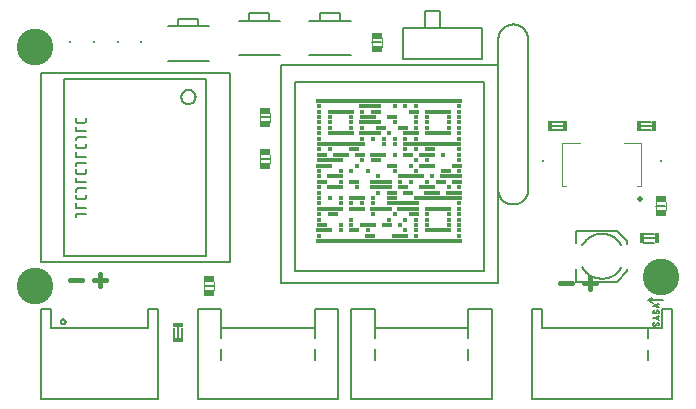
<source format=gbr>
G04 EAGLE Gerber RS-274X export*
G75*
%MOMM*%
%FSLAX34Y34*%
%LPD*%
%INSilkscreen Bottom*%
%IPPOS*%
%AMOC8*
5,1,8,0,0,1.08239X$1,22.5*%
G01*
%ADD10C,0.152400*%
%ADD11C,3.100000*%
%ADD12C,0.400000*%
%ADD13C,0.127000*%
%ADD14C,0.200000*%
%ADD15R,12.344400X0.457200*%
%ADD16R,0.457200X0.457200*%
%ADD17R,0.914400X0.457200*%
%ADD18R,1.371600X0.457200*%
%ADD19R,2.286000X0.457200*%
%ADD20R,1.828800X0.457200*%
%ADD21R,2.743200X0.457200*%
%ADD22R,4.114800X0.457200*%
%ADD23R,5.029200X0.457200*%
%ADD24C,0.203200*%
%ADD25C,0.101600*%
%ADD26R,0.950000X0.500100*%
%ADD27C,0.177800*%
%ADD28C,0.500000*%
%ADD29C,0.120000*%
%ADD30R,0.200000X0.200000*%
%ADD31R,0.406400X0.863600*%
%ADD32R,0.863600X0.406400*%


D10*
X65738Y163479D02*
X59146Y163479D01*
X59146Y163480D02*
X59061Y163478D01*
X58977Y163472D01*
X58893Y163463D01*
X58810Y163450D01*
X58727Y163433D01*
X58645Y163412D01*
X58564Y163388D01*
X58484Y163360D01*
X58406Y163328D01*
X58329Y163293D01*
X58253Y163255D01*
X58180Y163213D01*
X58108Y163168D01*
X58039Y163120D01*
X57971Y163069D01*
X57906Y163015D01*
X57844Y162958D01*
X57784Y162898D01*
X57727Y162836D01*
X57673Y162771D01*
X57622Y162703D01*
X57574Y162634D01*
X57529Y162562D01*
X57487Y162489D01*
X57449Y162413D01*
X57414Y162336D01*
X57382Y162258D01*
X57354Y162178D01*
X57330Y162097D01*
X57309Y162015D01*
X57292Y161932D01*
X57279Y161849D01*
X57270Y161765D01*
X57264Y161681D01*
X57262Y161596D01*
X57262Y160654D01*
X57262Y168343D02*
X65738Y168343D01*
X57262Y168343D02*
X57262Y172110D01*
X57262Y177663D02*
X57262Y179546D01*
X57262Y177663D02*
X57264Y177578D01*
X57270Y177494D01*
X57279Y177410D01*
X57292Y177327D01*
X57309Y177244D01*
X57330Y177162D01*
X57354Y177081D01*
X57382Y177001D01*
X57414Y176923D01*
X57449Y176846D01*
X57487Y176770D01*
X57529Y176697D01*
X57574Y176625D01*
X57622Y176556D01*
X57673Y176488D01*
X57727Y176423D01*
X57784Y176361D01*
X57844Y176301D01*
X57906Y176244D01*
X57971Y176190D01*
X58039Y176139D01*
X58108Y176091D01*
X58180Y176046D01*
X58253Y176004D01*
X58329Y175966D01*
X58406Y175931D01*
X58484Y175899D01*
X58564Y175871D01*
X58645Y175847D01*
X58727Y175826D01*
X58810Y175809D01*
X58893Y175796D01*
X58977Y175787D01*
X59061Y175781D01*
X59146Y175779D01*
X63854Y175779D01*
X63939Y175781D01*
X64023Y175787D01*
X64107Y175796D01*
X64190Y175809D01*
X64273Y175826D01*
X64355Y175847D01*
X64436Y175871D01*
X64516Y175899D01*
X64594Y175931D01*
X64671Y175966D01*
X64747Y176004D01*
X64820Y176046D01*
X64892Y176091D01*
X64961Y176139D01*
X65029Y176190D01*
X65094Y176244D01*
X65156Y176301D01*
X65216Y176361D01*
X65273Y176423D01*
X65327Y176488D01*
X65378Y176556D01*
X65426Y176625D01*
X65471Y176697D01*
X65513Y176770D01*
X65551Y176846D01*
X65586Y176923D01*
X65618Y177001D01*
X65646Y177081D01*
X65670Y177162D01*
X65691Y177244D01*
X65708Y177327D01*
X65721Y177410D01*
X65730Y177494D01*
X65736Y177578D01*
X65738Y177663D01*
X65738Y179546D01*
X65738Y185079D02*
X59146Y185079D01*
X59146Y185080D02*
X59061Y185078D01*
X58977Y185072D01*
X58893Y185063D01*
X58810Y185050D01*
X58727Y185033D01*
X58645Y185012D01*
X58564Y184988D01*
X58484Y184960D01*
X58406Y184928D01*
X58329Y184893D01*
X58253Y184855D01*
X58180Y184813D01*
X58108Y184768D01*
X58039Y184720D01*
X57971Y184669D01*
X57906Y184615D01*
X57844Y184558D01*
X57784Y184498D01*
X57727Y184436D01*
X57673Y184371D01*
X57622Y184303D01*
X57574Y184234D01*
X57529Y184162D01*
X57487Y184089D01*
X57449Y184013D01*
X57414Y183936D01*
X57382Y183858D01*
X57354Y183778D01*
X57330Y183697D01*
X57309Y183615D01*
X57292Y183532D01*
X57279Y183449D01*
X57270Y183365D01*
X57264Y183281D01*
X57262Y183196D01*
X57262Y182254D01*
X57262Y189943D02*
X65738Y189943D01*
X57262Y189943D02*
X57262Y193710D01*
X57262Y199263D02*
X57262Y201146D01*
X57262Y199263D02*
X57264Y199178D01*
X57270Y199094D01*
X57279Y199010D01*
X57292Y198927D01*
X57309Y198844D01*
X57330Y198762D01*
X57354Y198681D01*
X57382Y198601D01*
X57414Y198523D01*
X57449Y198446D01*
X57487Y198370D01*
X57529Y198297D01*
X57574Y198225D01*
X57622Y198156D01*
X57673Y198088D01*
X57727Y198023D01*
X57784Y197961D01*
X57844Y197901D01*
X57906Y197844D01*
X57971Y197790D01*
X58039Y197739D01*
X58108Y197691D01*
X58180Y197646D01*
X58253Y197604D01*
X58329Y197566D01*
X58406Y197531D01*
X58484Y197499D01*
X58564Y197471D01*
X58645Y197447D01*
X58727Y197426D01*
X58810Y197409D01*
X58893Y197396D01*
X58977Y197387D01*
X59061Y197381D01*
X59146Y197379D01*
X63854Y197379D01*
X63939Y197381D01*
X64023Y197387D01*
X64107Y197396D01*
X64190Y197409D01*
X64273Y197426D01*
X64355Y197447D01*
X64436Y197471D01*
X64516Y197499D01*
X64594Y197531D01*
X64671Y197566D01*
X64747Y197604D01*
X64820Y197646D01*
X64892Y197691D01*
X64961Y197739D01*
X65029Y197790D01*
X65094Y197844D01*
X65156Y197901D01*
X65216Y197961D01*
X65273Y198023D01*
X65327Y198088D01*
X65378Y198156D01*
X65426Y198225D01*
X65471Y198297D01*
X65513Y198370D01*
X65551Y198446D01*
X65586Y198523D01*
X65618Y198601D01*
X65646Y198681D01*
X65670Y198762D01*
X65691Y198844D01*
X65708Y198927D01*
X65721Y199010D01*
X65730Y199094D01*
X65736Y199178D01*
X65738Y199263D01*
X65738Y201146D01*
X65738Y206679D02*
X59146Y206679D01*
X59146Y206680D02*
X59061Y206678D01*
X58977Y206672D01*
X58893Y206663D01*
X58810Y206650D01*
X58727Y206633D01*
X58645Y206612D01*
X58564Y206588D01*
X58484Y206560D01*
X58406Y206528D01*
X58329Y206493D01*
X58253Y206455D01*
X58180Y206413D01*
X58108Y206368D01*
X58039Y206320D01*
X57971Y206269D01*
X57906Y206215D01*
X57844Y206158D01*
X57784Y206098D01*
X57727Y206036D01*
X57673Y205971D01*
X57622Y205903D01*
X57574Y205834D01*
X57529Y205762D01*
X57487Y205689D01*
X57449Y205613D01*
X57414Y205536D01*
X57382Y205458D01*
X57354Y205378D01*
X57330Y205297D01*
X57309Y205215D01*
X57292Y205132D01*
X57279Y205049D01*
X57270Y204965D01*
X57264Y204881D01*
X57262Y204796D01*
X57262Y203854D01*
X57262Y211543D02*
X65738Y211543D01*
X57262Y211543D02*
X57262Y215310D01*
X57262Y220863D02*
X57262Y222746D01*
X57262Y220863D02*
X57264Y220778D01*
X57270Y220694D01*
X57279Y220610D01*
X57292Y220527D01*
X57309Y220444D01*
X57330Y220362D01*
X57354Y220281D01*
X57382Y220201D01*
X57414Y220123D01*
X57449Y220046D01*
X57487Y219970D01*
X57529Y219897D01*
X57574Y219825D01*
X57622Y219756D01*
X57673Y219688D01*
X57727Y219623D01*
X57784Y219561D01*
X57844Y219501D01*
X57906Y219444D01*
X57971Y219390D01*
X58039Y219339D01*
X58108Y219291D01*
X58180Y219246D01*
X58253Y219204D01*
X58329Y219166D01*
X58406Y219131D01*
X58484Y219099D01*
X58564Y219071D01*
X58645Y219047D01*
X58727Y219026D01*
X58810Y219009D01*
X58893Y218996D01*
X58977Y218987D01*
X59061Y218981D01*
X59146Y218979D01*
X63854Y218979D01*
X63939Y218981D01*
X64023Y218987D01*
X64107Y218996D01*
X64190Y219009D01*
X64273Y219026D01*
X64355Y219047D01*
X64436Y219071D01*
X64516Y219099D01*
X64594Y219131D01*
X64671Y219166D01*
X64747Y219204D01*
X64820Y219246D01*
X64892Y219291D01*
X64961Y219339D01*
X65029Y219390D01*
X65094Y219444D01*
X65156Y219501D01*
X65216Y219561D01*
X65273Y219623D01*
X65327Y219688D01*
X65378Y219756D01*
X65426Y219825D01*
X65471Y219897D01*
X65513Y219970D01*
X65551Y220046D01*
X65586Y220123D01*
X65618Y220201D01*
X65646Y220281D01*
X65670Y220362D01*
X65691Y220444D01*
X65708Y220527D01*
X65721Y220610D01*
X65730Y220694D01*
X65736Y220778D01*
X65738Y220863D01*
X65738Y222746D01*
X65738Y228279D02*
X59146Y228279D01*
X59061Y228277D01*
X58977Y228271D01*
X58893Y228262D01*
X58810Y228249D01*
X58727Y228232D01*
X58645Y228211D01*
X58564Y228187D01*
X58484Y228159D01*
X58406Y228127D01*
X58329Y228092D01*
X58253Y228054D01*
X58180Y228012D01*
X58108Y227967D01*
X58039Y227919D01*
X57971Y227868D01*
X57906Y227814D01*
X57844Y227757D01*
X57784Y227697D01*
X57727Y227635D01*
X57673Y227570D01*
X57622Y227502D01*
X57574Y227433D01*
X57529Y227361D01*
X57487Y227288D01*
X57449Y227212D01*
X57414Y227135D01*
X57382Y227057D01*
X57354Y226977D01*
X57330Y226896D01*
X57309Y226814D01*
X57292Y226731D01*
X57279Y226648D01*
X57270Y226564D01*
X57264Y226480D01*
X57262Y226395D01*
X57262Y225454D01*
X57262Y233143D02*
X65738Y233143D01*
X57262Y233143D02*
X57262Y236910D01*
X57262Y242462D02*
X57262Y244346D01*
X57262Y242462D02*
X57264Y242377D01*
X57270Y242293D01*
X57279Y242209D01*
X57292Y242126D01*
X57309Y242043D01*
X57330Y241961D01*
X57354Y241880D01*
X57382Y241800D01*
X57414Y241722D01*
X57449Y241645D01*
X57487Y241569D01*
X57529Y241496D01*
X57574Y241424D01*
X57622Y241355D01*
X57673Y241287D01*
X57727Y241222D01*
X57784Y241160D01*
X57844Y241100D01*
X57906Y241043D01*
X57971Y240989D01*
X58039Y240938D01*
X58108Y240890D01*
X58180Y240845D01*
X58253Y240803D01*
X58329Y240765D01*
X58406Y240730D01*
X58484Y240698D01*
X58564Y240670D01*
X58645Y240646D01*
X58727Y240625D01*
X58810Y240608D01*
X58893Y240595D01*
X58977Y240586D01*
X59061Y240580D01*
X59146Y240578D01*
X59146Y240579D02*
X63854Y240579D01*
X63939Y240581D01*
X64023Y240587D01*
X64107Y240596D01*
X64190Y240609D01*
X64273Y240626D01*
X64355Y240647D01*
X64436Y240671D01*
X64516Y240699D01*
X64594Y240731D01*
X64671Y240766D01*
X64747Y240804D01*
X64820Y240846D01*
X64892Y240891D01*
X64961Y240939D01*
X65029Y240990D01*
X65094Y241044D01*
X65156Y241101D01*
X65216Y241161D01*
X65273Y241223D01*
X65327Y241288D01*
X65378Y241356D01*
X65426Y241425D01*
X65471Y241497D01*
X65513Y241570D01*
X65551Y241646D01*
X65586Y241723D01*
X65618Y241801D01*
X65646Y241881D01*
X65670Y241962D01*
X65691Y242044D01*
X65708Y242127D01*
X65721Y242210D01*
X65730Y242294D01*
X65736Y242378D01*
X65738Y242463D01*
X65738Y242462D02*
X65738Y244346D01*
D11*
X22500Y305000D03*
X552500Y110000D03*
X22500Y102500D03*
D12*
X487500Y105000D02*
X497500Y105000D01*
X492500Y110000D02*
X492500Y100000D01*
X477500Y105000D02*
X467500Y105000D01*
D13*
X546135Y85699D02*
X550865Y87275D01*
X550865Y84122D02*
X546135Y85699D01*
X546135Y80216D02*
X546137Y80153D01*
X546143Y80089D01*
X546152Y80027D01*
X546166Y79964D01*
X546183Y79903D01*
X546203Y79843D01*
X546228Y79785D01*
X546255Y79728D01*
X546287Y79672D01*
X546321Y79619D01*
X546359Y79568D01*
X546399Y79519D01*
X546443Y79473D01*
X546489Y79429D01*
X546538Y79389D01*
X546589Y79351D01*
X546642Y79317D01*
X546698Y79285D01*
X546755Y79258D01*
X546813Y79233D01*
X546873Y79213D01*
X546934Y79196D01*
X546997Y79182D01*
X547059Y79173D01*
X547123Y79167D01*
X547186Y79165D01*
X546135Y80216D02*
X546137Y80308D01*
X546143Y80400D01*
X546152Y80492D01*
X546166Y80583D01*
X546183Y80674D01*
X546204Y80764D01*
X546228Y80853D01*
X546257Y80941D01*
X546288Y81027D01*
X546324Y81112D01*
X546363Y81196D01*
X546405Y81278D01*
X546451Y81358D01*
X546500Y81436D01*
X546553Y81512D01*
X546608Y81586D01*
X546666Y81657D01*
X546728Y81726D01*
X546792Y81792D01*
X549814Y81661D02*
X549877Y81659D01*
X549941Y81653D01*
X550003Y81644D01*
X550066Y81630D01*
X550127Y81613D01*
X550187Y81593D01*
X550245Y81568D01*
X550302Y81541D01*
X550358Y81509D01*
X550411Y81475D01*
X550462Y81437D01*
X550511Y81397D01*
X550557Y81353D01*
X550601Y81307D01*
X550641Y81258D01*
X550679Y81207D01*
X550713Y81154D01*
X550745Y81098D01*
X550772Y81041D01*
X550797Y80983D01*
X550817Y80923D01*
X550834Y80862D01*
X550848Y80799D01*
X550857Y80737D01*
X550863Y80673D01*
X550865Y80610D01*
X550863Y80525D01*
X550858Y80441D01*
X550849Y80357D01*
X550836Y80273D01*
X550820Y80190D01*
X550800Y80108D01*
X550777Y80027D01*
X550750Y79947D01*
X550720Y79868D01*
X550686Y79790D01*
X550650Y79714D01*
X550610Y79640D01*
X550566Y79567D01*
X550520Y79496D01*
X550471Y79427D01*
X548894Y81136D02*
X548927Y81188D01*
X548962Y81239D01*
X549001Y81287D01*
X549042Y81332D01*
X549086Y81376D01*
X549132Y81416D01*
X549181Y81454D01*
X549232Y81489D01*
X549284Y81521D01*
X549338Y81550D01*
X549394Y81576D01*
X549452Y81599D01*
X549510Y81618D01*
X549570Y81634D01*
X549630Y81646D01*
X549691Y81655D01*
X549752Y81660D01*
X549814Y81662D01*
X548106Y79690D02*
X548073Y79638D01*
X548038Y79587D01*
X547999Y79539D01*
X547958Y79494D01*
X547914Y79450D01*
X547868Y79410D01*
X547819Y79372D01*
X547768Y79337D01*
X547716Y79305D01*
X547662Y79276D01*
X547606Y79250D01*
X547548Y79227D01*
X547490Y79208D01*
X547430Y79192D01*
X547370Y79180D01*
X547309Y79171D01*
X547248Y79166D01*
X547186Y79164D01*
X548106Y79690D02*
X548894Y81136D01*
X550865Y76835D02*
X548631Y75259D01*
X550865Y73682D01*
X548631Y75259D02*
X546135Y75259D01*
X546135Y69776D02*
X546137Y69713D01*
X546143Y69649D01*
X546152Y69587D01*
X546166Y69524D01*
X546183Y69463D01*
X546203Y69403D01*
X546228Y69345D01*
X546255Y69288D01*
X546287Y69232D01*
X546321Y69179D01*
X546359Y69128D01*
X546399Y69079D01*
X546443Y69033D01*
X546489Y68989D01*
X546538Y68949D01*
X546589Y68911D01*
X546642Y68877D01*
X546698Y68845D01*
X546755Y68818D01*
X546813Y68793D01*
X546873Y68773D01*
X546934Y68756D01*
X546997Y68742D01*
X547059Y68733D01*
X547123Y68727D01*
X547186Y68725D01*
X546135Y69776D02*
X546137Y69868D01*
X546143Y69960D01*
X546152Y70052D01*
X546166Y70143D01*
X546183Y70234D01*
X546204Y70324D01*
X546228Y70413D01*
X546257Y70501D01*
X546288Y70587D01*
X546324Y70672D01*
X546363Y70756D01*
X546405Y70838D01*
X546451Y70918D01*
X546500Y70996D01*
X546553Y71072D01*
X546608Y71146D01*
X546666Y71217D01*
X546728Y71286D01*
X546792Y71352D01*
X549814Y71221D02*
X549877Y71219D01*
X549941Y71213D01*
X550003Y71204D01*
X550066Y71190D01*
X550127Y71173D01*
X550187Y71153D01*
X550245Y71128D01*
X550302Y71101D01*
X550358Y71069D01*
X550411Y71035D01*
X550462Y70997D01*
X550511Y70957D01*
X550557Y70913D01*
X550601Y70867D01*
X550641Y70818D01*
X550679Y70767D01*
X550713Y70714D01*
X550745Y70658D01*
X550772Y70601D01*
X550797Y70543D01*
X550817Y70483D01*
X550834Y70422D01*
X550848Y70359D01*
X550857Y70297D01*
X550863Y70233D01*
X550865Y70170D01*
X550863Y70085D01*
X550858Y70001D01*
X550849Y69917D01*
X550836Y69833D01*
X550820Y69750D01*
X550800Y69668D01*
X550777Y69587D01*
X550750Y69507D01*
X550720Y69428D01*
X550686Y69350D01*
X550650Y69274D01*
X550610Y69200D01*
X550566Y69127D01*
X550520Y69056D01*
X550471Y68987D01*
X548894Y70696D02*
X548927Y70748D01*
X548962Y70799D01*
X549001Y70847D01*
X549042Y70892D01*
X549086Y70936D01*
X549132Y70976D01*
X549181Y71014D01*
X549232Y71049D01*
X549284Y71081D01*
X549338Y71110D01*
X549394Y71136D01*
X549452Y71159D01*
X549510Y71178D01*
X549570Y71194D01*
X549630Y71206D01*
X549691Y71215D01*
X549752Y71220D01*
X549814Y71222D01*
X548106Y69250D02*
X548073Y69198D01*
X548038Y69147D01*
X547999Y69099D01*
X547958Y69054D01*
X547914Y69010D01*
X547868Y68970D01*
X547819Y68932D01*
X547768Y68897D01*
X547716Y68865D01*
X547662Y68836D01*
X547606Y68810D01*
X547548Y68787D01*
X547490Y68768D01*
X547430Y68752D01*
X547370Y68740D01*
X547309Y68731D01*
X547248Y68726D01*
X547186Y68724D01*
X548106Y69250D02*
X548894Y70696D01*
D14*
X554000Y90000D02*
X553386Y90145D01*
X552768Y90276D01*
X552147Y90391D01*
X551524Y90491D01*
X550899Y90576D01*
X550271Y90645D01*
X549642Y90699D01*
X549012Y90738D01*
X548381Y90761D01*
X547750Y90769D01*
X547119Y90761D01*
X546488Y90738D01*
X545858Y90699D01*
X545229Y90645D01*
X544601Y90576D01*
X543976Y90491D01*
X543353Y90391D01*
X542732Y90276D01*
X542114Y90145D01*
X541500Y90000D01*
X545000Y92500D01*
X541500Y90000D02*
X545500Y88000D01*
D12*
X82500Y107500D02*
X72500Y107500D01*
X77500Y112500D02*
X77500Y102500D01*
X62500Y107500D02*
X52500Y107500D01*
D15*
X322503Y140145D03*
D16*
X263067Y144717D03*
D17*
X306501Y144717D03*
D18*
X331647Y144717D03*
D16*
X345363Y144717D03*
X381939Y144717D03*
D18*
X267639Y149289D03*
D16*
X281355Y149289D03*
D17*
X292785Y149289D03*
D16*
X304215Y149289D03*
X336219Y149289D03*
X345363Y149289D03*
D19*
X363651Y149289D03*
D16*
X381939Y149289D03*
D17*
X265353Y153861D03*
D16*
X281355Y153861D03*
X290499Y153861D03*
D18*
X304215Y153861D03*
D17*
X320217Y153861D03*
D16*
X331647Y153861D03*
X345363Y153861D03*
X354507Y153861D03*
X372795Y153861D03*
X381939Y153861D03*
X263067Y158433D03*
X290499Y158433D03*
X322503Y158433D03*
X336219Y158433D03*
X345363Y158433D03*
X354507Y158433D03*
X372795Y158433D03*
X381939Y158433D03*
X263067Y163005D03*
D17*
X274497Y163005D03*
D16*
X308787Y163005D03*
X327075Y163005D03*
D17*
X343077Y163005D03*
D16*
X354507Y163005D03*
X372795Y163005D03*
X381939Y163005D03*
D19*
X272211Y167577D03*
D18*
X295071Y167577D03*
D20*
X315645Y167577D03*
X338505Y167577D03*
D19*
X363651Y167577D03*
D16*
X381939Y167577D03*
X263067Y172149D03*
X281355Y172149D03*
X290499Y172149D03*
X299643Y172149D03*
X308787Y172149D03*
D21*
X333933Y172149D03*
D16*
X381939Y172149D03*
X263067Y176721D03*
X272211Y176721D03*
X281355Y176721D03*
D18*
X295071Y176721D03*
D16*
X308787Y176721D03*
D17*
X324789Y176721D03*
D22*
X363651Y176721D03*
D16*
X263067Y181293D03*
X313359Y181293D03*
D17*
X324789Y181293D03*
X338505Y181293D03*
D18*
X359079Y181293D03*
X377367Y181293D03*
D16*
X263067Y185865D03*
D18*
X276783Y185865D03*
D16*
X295071Y185865D03*
D20*
X315645Y185865D03*
D17*
X333933Y185865D03*
D18*
X354507Y185865D03*
D16*
X372795Y185865D03*
X381939Y185865D03*
D17*
X265353Y190437D03*
D16*
X281355Y190437D03*
D17*
X292785Y190437D03*
D20*
X315645Y190437D03*
D16*
X331647Y190437D03*
X340791Y190437D03*
X354507Y190437D03*
D17*
X365937Y190437D03*
X379653Y190437D03*
D16*
X263067Y195009D03*
D18*
X276783Y195009D03*
D16*
X313359Y195009D03*
D19*
X340791Y195009D03*
D16*
X359079Y195009D03*
D20*
X375081Y195009D03*
D16*
X263067Y199581D03*
X281355Y199581D03*
X290499Y199581D03*
X304215Y199581D03*
X327075Y199581D03*
X345363Y199581D03*
D17*
X370509Y199581D03*
D16*
X381939Y199581D03*
D18*
X267639Y204153D03*
D16*
X295071Y204153D03*
D17*
X324789Y204153D03*
D16*
X340791Y204153D03*
D18*
X354507Y204153D03*
D17*
X379653Y204153D03*
D19*
X272211Y208725D03*
D16*
X299643Y208725D03*
D17*
X311073Y208725D03*
D16*
X345363Y208725D03*
X354507Y208725D03*
X381939Y208725D03*
D17*
X265353Y213297D03*
D18*
X281355Y213297D03*
D17*
X297357Y213297D03*
D18*
X313359Y213297D03*
D16*
X327075Y213297D03*
D17*
X338505Y213297D03*
D18*
X354507Y213297D03*
D16*
X368223Y213297D03*
X381939Y213297D03*
X263067Y217869D03*
X272211Y217869D03*
D17*
X292785Y217869D03*
D16*
X336219Y217869D03*
X345363Y217869D03*
D17*
X356793Y217869D03*
D16*
X381939Y217869D03*
D22*
X281355Y222441D03*
D16*
X317931Y222441D03*
X327075Y222441D03*
D23*
X359079Y222441D03*
D16*
X263067Y227013D03*
X299643Y227013D03*
X308787Y227013D03*
X317931Y227013D03*
X327075Y227013D03*
X336219Y227013D03*
X345363Y227013D03*
X381939Y227013D03*
X263067Y231585D03*
D19*
X281355Y231585D03*
D20*
X306501Y231585D03*
D16*
X322503Y231585D03*
D18*
X340791Y231585D03*
D19*
X363651Y231585D03*
D16*
X381939Y231585D03*
X263067Y236157D03*
X272211Y236157D03*
X290499Y236157D03*
X299643Y236157D03*
D17*
X315645Y236157D03*
X333933Y236157D03*
D16*
X345363Y236157D03*
X354507Y236157D03*
X372795Y236157D03*
X381939Y236157D03*
X263067Y240729D03*
X272211Y240729D03*
X290499Y240729D03*
D20*
X306501Y240729D03*
D16*
X327075Y240729D03*
X345363Y240729D03*
X354507Y240729D03*
X372795Y240729D03*
X381939Y240729D03*
X263067Y245301D03*
X272211Y245301D03*
X290499Y245301D03*
D18*
X304215Y245301D03*
D17*
X324789Y245301D03*
D16*
X345363Y245301D03*
X354507Y245301D03*
X372795Y245301D03*
X381939Y245301D03*
X263067Y249873D03*
D19*
X281355Y249873D03*
D16*
X299643Y249873D03*
D17*
X311073Y249873D03*
X343077Y249873D03*
D19*
X363651Y249873D03*
D16*
X381939Y249873D03*
X263067Y254445D03*
D20*
X306501Y254445D03*
D16*
X327075Y254445D03*
X336219Y254445D03*
X345363Y254445D03*
X381939Y254445D03*
D15*
X322503Y259017D03*
D24*
X170000Y322000D02*
X161000Y322000D01*
X144000Y322000D01*
X135000Y322000D01*
X135000Y293000D02*
X170000Y293000D01*
X161000Y328500D02*
X144000Y328500D01*
X161000Y328500D02*
X161000Y322000D01*
X161055Y322015D01*
X144000Y322000D02*
X144000Y328500D01*
X143479Y322082D02*
X144000Y322000D01*
X221000Y327000D02*
X230000Y327000D01*
X221000Y327000D02*
X204000Y327000D01*
X195000Y327000D01*
X195000Y298000D02*
X230000Y298000D01*
X221000Y333500D02*
X204000Y333500D01*
X221000Y333500D02*
X221000Y327000D01*
X221055Y327015D01*
X204000Y327000D02*
X204000Y333500D01*
X203479Y327082D02*
X204000Y327000D01*
D25*
X316320Y312060D02*
X316320Y304940D01*
X307810Y304940D02*
X307810Y312060D01*
D26*
X312051Y302619D03*
X312051Y314303D03*
D27*
X315810Y308500D02*
X308190Y308500D01*
D25*
X221820Y248560D02*
X221820Y241440D01*
X213310Y241440D02*
X213310Y248560D01*
D26*
X217551Y239119D03*
X217551Y250803D03*
D27*
X221310Y245000D02*
X213690Y245000D01*
D28*
X534986Y175724D03*
D29*
X536000Y186500D02*
X532486Y186500D01*
X536000Y186500D02*
X536000Y223500D01*
X520986Y223500D01*
X472514Y186500D02*
X469000Y186500D01*
X469000Y223500D01*
X484014Y223500D01*
D25*
X556820Y173560D02*
X556820Y166440D01*
X548310Y166440D02*
X548310Y173560D01*
D26*
X552551Y164119D03*
X552551Y175803D03*
D27*
X556310Y170000D02*
X548690Y170000D01*
D25*
X165680Y106060D02*
X165680Y98940D01*
X174190Y98940D02*
X174190Y106060D01*
D26*
X169949Y108382D03*
X169949Y96698D03*
D27*
X166190Y102500D02*
X173810Y102500D01*
D30*
X452500Y208500D03*
D10*
X460680Y241060D02*
X469320Y241060D01*
X469320Y233940D02*
X460680Y233940D01*
D31*
X471350Y237500D03*
X458650Y237500D03*
D27*
X459920Y237500D02*
X470080Y237500D01*
D30*
X52500Y308500D03*
X72500Y308500D03*
X92500Y308500D03*
X112500Y308500D03*
X552500Y208500D03*
D10*
X147310Y66820D02*
X147310Y58180D01*
X140190Y58180D02*
X140190Y66820D01*
D32*
X143750Y56150D03*
X143750Y68850D03*
D27*
X143750Y67580D02*
X143750Y57420D01*
D13*
X187500Y282500D02*
X27500Y282500D01*
X27500Y122500D01*
X187500Y122500D01*
X187500Y282500D01*
X167500Y277500D02*
X167500Y127500D01*
X47500Y127500D01*
X47500Y277500D01*
X167500Y277500D01*
D14*
X146500Y262500D02*
X146502Y262654D01*
X146508Y262809D01*
X146518Y262963D01*
X146532Y263117D01*
X146550Y263270D01*
X146571Y263423D01*
X146597Y263576D01*
X146627Y263727D01*
X146660Y263878D01*
X146698Y264028D01*
X146739Y264177D01*
X146784Y264325D01*
X146833Y264471D01*
X146886Y264617D01*
X146942Y264760D01*
X147002Y264903D01*
X147066Y265043D01*
X147133Y265183D01*
X147204Y265320D01*
X147278Y265455D01*
X147356Y265589D01*
X147437Y265720D01*
X147522Y265849D01*
X147610Y265977D01*
X147701Y266101D01*
X147795Y266224D01*
X147893Y266344D01*
X147993Y266461D01*
X148097Y266576D01*
X148203Y266688D01*
X148312Y266797D01*
X148424Y266903D01*
X148539Y267007D01*
X148656Y267107D01*
X148776Y267205D01*
X148899Y267299D01*
X149023Y267390D01*
X149151Y267478D01*
X149280Y267563D01*
X149411Y267644D01*
X149545Y267722D01*
X149680Y267796D01*
X149817Y267867D01*
X149957Y267934D01*
X150097Y267998D01*
X150240Y268058D01*
X150383Y268114D01*
X150529Y268167D01*
X150675Y268216D01*
X150823Y268261D01*
X150972Y268302D01*
X151122Y268340D01*
X151273Y268373D01*
X151424Y268403D01*
X151577Y268429D01*
X151730Y268450D01*
X151883Y268468D01*
X152037Y268482D01*
X152191Y268492D01*
X152346Y268498D01*
X152500Y268500D01*
X152654Y268498D01*
X152809Y268492D01*
X152963Y268482D01*
X153117Y268468D01*
X153270Y268450D01*
X153423Y268429D01*
X153576Y268403D01*
X153727Y268373D01*
X153878Y268340D01*
X154028Y268302D01*
X154177Y268261D01*
X154325Y268216D01*
X154471Y268167D01*
X154617Y268114D01*
X154760Y268058D01*
X154903Y267998D01*
X155043Y267934D01*
X155183Y267867D01*
X155320Y267796D01*
X155455Y267722D01*
X155589Y267644D01*
X155720Y267563D01*
X155849Y267478D01*
X155977Y267390D01*
X156101Y267299D01*
X156224Y267205D01*
X156344Y267107D01*
X156461Y267007D01*
X156576Y266903D01*
X156688Y266797D01*
X156797Y266688D01*
X156903Y266576D01*
X157007Y266461D01*
X157107Y266344D01*
X157205Y266224D01*
X157299Y266101D01*
X157390Y265977D01*
X157478Y265849D01*
X157563Y265720D01*
X157644Y265589D01*
X157722Y265455D01*
X157796Y265320D01*
X157867Y265183D01*
X157934Y265043D01*
X157998Y264903D01*
X158058Y264760D01*
X158114Y264617D01*
X158167Y264471D01*
X158216Y264325D01*
X158261Y264177D01*
X158302Y264028D01*
X158340Y263878D01*
X158373Y263727D01*
X158403Y263576D01*
X158429Y263423D01*
X158450Y263270D01*
X158468Y263117D01*
X158482Y262963D01*
X158492Y262809D01*
X158498Y262654D01*
X158500Y262500D01*
X158498Y262346D01*
X158492Y262191D01*
X158482Y262037D01*
X158468Y261883D01*
X158450Y261730D01*
X158429Y261577D01*
X158403Y261424D01*
X158373Y261273D01*
X158340Y261122D01*
X158302Y260972D01*
X158261Y260823D01*
X158216Y260675D01*
X158167Y260529D01*
X158114Y260383D01*
X158058Y260240D01*
X157998Y260097D01*
X157934Y259957D01*
X157867Y259817D01*
X157796Y259680D01*
X157722Y259545D01*
X157644Y259411D01*
X157563Y259280D01*
X157478Y259151D01*
X157390Y259023D01*
X157299Y258899D01*
X157205Y258776D01*
X157107Y258656D01*
X157007Y258539D01*
X156903Y258424D01*
X156797Y258312D01*
X156688Y258203D01*
X156576Y258097D01*
X156461Y257993D01*
X156344Y257893D01*
X156224Y257795D01*
X156101Y257701D01*
X155977Y257610D01*
X155849Y257522D01*
X155720Y257437D01*
X155589Y257356D01*
X155455Y257278D01*
X155320Y257204D01*
X155183Y257133D01*
X155043Y257066D01*
X154903Y257002D01*
X154760Y256942D01*
X154617Y256886D01*
X154471Y256833D01*
X154325Y256784D01*
X154177Y256739D01*
X154028Y256698D01*
X153878Y256660D01*
X153727Y256627D01*
X153576Y256597D01*
X153423Y256571D01*
X153270Y256550D01*
X153117Y256532D01*
X152963Y256518D01*
X152809Y256508D01*
X152654Y256502D01*
X152500Y256500D01*
X152346Y256502D01*
X152191Y256508D01*
X152037Y256518D01*
X151883Y256532D01*
X151730Y256550D01*
X151577Y256571D01*
X151424Y256597D01*
X151273Y256627D01*
X151122Y256660D01*
X150972Y256698D01*
X150823Y256739D01*
X150675Y256784D01*
X150529Y256833D01*
X150383Y256886D01*
X150240Y256942D01*
X150097Y257002D01*
X149957Y257066D01*
X149817Y257133D01*
X149680Y257204D01*
X149545Y257278D01*
X149411Y257356D01*
X149280Y257437D01*
X149151Y257522D01*
X149023Y257610D01*
X148899Y257701D01*
X148776Y257795D01*
X148656Y257893D01*
X148539Y257993D01*
X148424Y258097D01*
X148312Y258203D01*
X148203Y258312D01*
X148097Y258424D01*
X147993Y258539D01*
X147893Y258656D01*
X147795Y258776D01*
X147701Y258899D01*
X147610Y259023D01*
X147522Y259151D01*
X147437Y259280D01*
X147356Y259411D01*
X147278Y259545D01*
X147204Y259680D01*
X147133Y259817D01*
X147066Y259957D01*
X147002Y260097D01*
X146942Y260240D01*
X146886Y260383D01*
X146833Y260529D01*
X146784Y260675D01*
X146739Y260823D01*
X146698Y260972D01*
X146660Y261122D01*
X146627Y261273D01*
X146597Y261424D01*
X146571Y261577D01*
X146550Y261730D01*
X146532Y261883D01*
X146518Y262037D01*
X146508Y262191D01*
X146502Y262346D01*
X146500Y262500D01*
D13*
X242500Y115000D02*
X402500Y115000D01*
X402500Y275000D01*
X242500Y275000D01*
X242500Y115000D01*
X230500Y105000D02*
X414500Y105000D01*
X414500Y289000D01*
X230500Y289000D01*
X230500Y105000D01*
D10*
X334000Y294500D02*
X401000Y294500D01*
X334000Y294500D02*
X334000Y320500D01*
X401000Y320500D02*
X401000Y294500D01*
X401000Y320500D02*
X365500Y320500D01*
X352500Y320500D01*
X334000Y320500D01*
X352500Y335500D02*
X365500Y335500D01*
X365500Y320500D01*
X352500Y320500D02*
X352500Y335500D01*
D25*
X221820Y213560D02*
X221820Y206440D01*
X213310Y206440D02*
X213310Y213560D01*
D26*
X217551Y204119D03*
X217551Y215803D03*
D27*
X221310Y210000D02*
X213690Y210000D01*
D24*
X281000Y327000D02*
X290000Y327000D01*
X281000Y327000D02*
X264000Y327000D01*
X255000Y327000D01*
X255000Y298000D02*
X290000Y298000D01*
X281000Y333500D02*
X264000Y333500D01*
X281000Y333500D02*
X281000Y327000D01*
X281055Y327015D01*
X264000Y327000D02*
X264000Y333500D01*
X263479Y327082D02*
X264000Y327000D01*
D13*
X127000Y83000D02*
X127000Y7000D01*
X28000Y7000D01*
X118500Y83000D02*
X127000Y83000D01*
X36500Y83000D02*
X28000Y83000D01*
X28000Y7000D01*
X36500Y67000D02*
X118500Y67000D01*
X36500Y67000D02*
X36500Y83000D01*
X118500Y83000D02*
X118500Y67000D01*
X44500Y72000D02*
X44502Y72089D01*
X44508Y72178D01*
X44518Y72267D01*
X44532Y72355D01*
X44549Y72442D01*
X44571Y72528D01*
X44597Y72614D01*
X44626Y72698D01*
X44659Y72781D01*
X44695Y72862D01*
X44736Y72942D01*
X44779Y73019D01*
X44826Y73095D01*
X44877Y73168D01*
X44930Y73239D01*
X44987Y73308D01*
X45047Y73374D01*
X45110Y73438D01*
X45175Y73498D01*
X45243Y73556D01*
X45314Y73610D01*
X45387Y73661D01*
X45462Y73709D01*
X45539Y73754D01*
X45618Y73795D01*
X45699Y73832D01*
X45781Y73866D01*
X45865Y73897D01*
X45950Y73923D01*
X46036Y73946D01*
X46123Y73964D01*
X46211Y73979D01*
X46300Y73990D01*
X46389Y73997D01*
X46478Y74000D01*
X46567Y73999D01*
X46656Y73994D01*
X46744Y73985D01*
X46833Y73972D01*
X46920Y73955D01*
X47007Y73935D01*
X47093Y73910D01*
X47177Y73882D01*
X47260Y73850D01*
X47342Y73814D01*
X47422Y73775D01*
X47500Y73732D01*
X47576Y73686D01*
X47650Y73636D01*
X47722Y73583D01*
X47791Y73527D01*
X47858Y73468D01*
X47922Y73406D01*
X47983Y73342D01*
X48042Y73274D01*
X48097Y73204D01*
X48149Y73132D01*
X48198Y73057D01*
X48243Y72981D01*
X48285Y72902D01*
X48323Y72822D01*
X48358Y72740D01*
X48389Y72656D01*
X48417Y72571D01*
X48440Y72485D01*
X48460Y72398D01*
X48476Y72311D01*
X48488Y72222D01*
X48496Y72134D01*
X48500Y72045D01*
X48500Y71955D01*
X48496Y71866D01*
X48488Y71778D01*
X48476Y71689D01*
X48460Y71602D01*
X48440Y71515D01*
X48417Y71429D01*
X48389Y71344D01*
X48358Y71260D01*
X48323Y71178D01*
X48285Y71098D01*
X48243Y71019D01*
X48198Y70943D01*
X48149Y70868D01*
X48097Y70796D01*
X48042Y70726D01*
X47983Y70658D01*
X47922Y70594D01*
X47858Y70532D01*
X47791Y70473D01*
X47722Y70417D01*
X47650Y70364D01*
X47576Y70314D01*
X47500Y70268D01*
X47422Y70225D01*
X47342Y70186D01*
X47260Y70150D01*
X47177Y70118D01*
X47093Y70090D01*
X47007Y70065D01*
X46920Y70045D01*
X46833Y70028D01*
X46744Y70015D01*
X46656Y70006D01*
X46567Y70001D01*
X46478Y70000D01*
X46389Y70003D01*
X46300Y70010D01*
X46211Y70021D01*
X46123Y70036D01*
X46036Y70054D01*
X45950Y70077D01*
X45865Y70103D01*
X45781Y70134D01*
X45699Y70168D01*
X45618Y70205D01*
X45539Y70246D01*
X45462Y70291D01*
X45387Y70339D01*
X45314Y70390D01*
X45243Y70444D01*
X45175Y70502D01*
X45110Y70562D01*
X45047Y70626D01*
X44987Y70692D01*
X44930Y70761D01*
X44877Y70832D01*
X44826Y70905D01*
X44779Y70981D01*
X44736Y71058D01*
X44695Y71138D01*
X44659Y71219D01*
X44626Y71302D01*
X44597Y71386D01*
X44571Y71472D01*
X44549Y71558D01*
X44532Y71645D01*
X44518Y71733D01*
X44508Y71822D01*
X44502Y71911D01*
X44500Y72000D01*
D10*
X535680Y241060D02*
X544320Y241060D01*
X544320Y233940D02*
X535680Y233940D01*
D31*
X546350Y237500D03*
X533650Y237500D03*
D27*
X534920Y237500D02*
X545080Y237500D01*
D13*
X440200Y184000D02*
X440200Y311000D01*
X414800Y311000D02*
X414800Y184000D01*
X414800Y311000D02*
X414804Y311309D01*
X414815Y311618D01*
X414834Y311927D01*
X414860Y312235D01*
X414894Y312543D01*
X414935Y312849D01*
X414984Y313155D01*
X415040Y313459D01*
X415104Y313761D01*
X415175Y314062D01*
X415253Y314362D01*
X415338Y314659D01*
X415431Y314954D01*
X415531Y315247D01*
X415638Y315537D01*
X415752Y315824D01*
X415873Y316109D01*
X416001Y316391D01*
X416135Y316669D01*
X416277Y316944D01*
X416425Y317216D01*
X416580Y317483D01*
X416741Y317747D01*
X416908Y318007D01*
X417082Y318263D01*
X417262Y318515D01*
X417448Y318762D01*
X417640Y319004D01*
X417838Y319242D01*
X418041Y319475D01*
X418251Y319703D01*
X418465Y319925D01*
X418685Y320143D01*
X418911Y320355D01*
X419141Y320561D01*
X419376Y320762D01*
X419616Y320957D01*
X419861Y321146D01*
X420110Y321329D01*
X420364Y321506D01*
X420622Y321676D01*
X420884Y321841D01*
X421150Y321999D01*
X421420Y322150D01*
X421693Y322295D01*
X421970Y322433D01*
X422250Y322564D01*
X422533Y322688D01*
X422819Y322806D01*
X423108Y322916D01*
X423399Y323020D01*
X423693Y323116D01*
X423989Y323205D01*
X424288Y323287D01*
X424588Y323362D01*
X424890Y323429D01*
X425193Y323489D01*
X425498Y323541D01*
X425804Y323586D01*
X426111Y323624D01*
X426419Y323654D01*
X426727Y323676D01*
X427036Y323692D01*
X427345Y323699D01*
X427655Y323699D01*
X427964Y323692D01*
X428273Y323676D01*
X428581Y323654D01*
X428889Y323624D01*
X429196Y323586D01*
X429502Y323541D01*
X429807Y323489D01*
X430110Y323429D01*
X430412Y323362D01*
X430712Y323287D01*
X431011Y323205D01*
X431307Y323116D01*
X431601Y323020D01*
X431892Y322916D01*
X432181Y322806D01*
X432467Y322688D01*
X432750Y322564D01*
X433030Y322433D01*
X433307Y322295D01*
X433580Y322150D01*
X433850Y321999D01*
X434116Y321841D01*
X434378Y321676D01*
X434636Y321506D01*
X434890Y321329D01*
X435139Y321146D01*
X435384Y320957D01*
X435624Y320762D01*
X435859Y320561D01*
X436089Y320355D01*
X436315Y320143D01*
X436535Y319925D01*
X436749Y319703D01*
X436959Y319475D01*
X437162Y319242D01*
X437360Y319004D01*
X437552Y318762D01*
X437738Y318515D01*
X437918Y318263D01*
X438092Y318007D01*
X438259Y317747D01*
X438420Y317483D01*
X438575Y317216D01*
X438723Y316944D01*
X438865Y316669D01*
X438999Y316391D01*
X439127Y316109D01*
X439248Y315824D01*
X439362Y315537D01*
X439469Y315247D01*
X439569Y314954D01*
X439662Y314659D01*
X439747Y314362D01*
X439825Y314062D01*
X439896Y313761D01*
X439960Y313459D01*
X440016Y313155D01*
X440065Y312849D01*
X440106Y312543D01*
X440140Y312235D01*
X440166Y311927D01*
X440185Y311618D01*
X440196Y311309D01*
X440200Y311000D01*
X440200Y184000D02*
X440196Y183691D01*
X440185Y183382D01*
X440166Y183073D01*
X440140Y182765D01*
X440106Y182457D01*
X440065Y182151D01*
X440016Y181845D01*
X439960Y181541D01*
X439896Y181239D01*
X439825Y180938D01*
X439747Y180638D01*
X439662Y180341D01*
X439569Y180046D01*
X439469Y179753D01*
X439362Y179463D01*
X439248Y179176D01*
X439127Y178891D01*
X438999Y178609D01*
X438865Y178331D01*
X438723Y178056D01*
X438575Y177784D01*
X438420Y177517D01*
X438259Y177253D01*
X438092Y176993D01*
X437918Y176737D01*
X437738Y176485D01*
X437552Y176238D01*
X437360Y175996D01*
X437162Y175758D01*
X436959Y175525D01*
X436749Y175297D01*
X436535Y175075D01*
X436315Y174857D01*
X436089Y174645D01*
X435859Y174439D01*
X435624Y174238D01*
X435384Y174043D01*
X435139Y173854D01*
X434890Y173671D01*
X434636Y173494D01*
X434378Y173324D01*
X434116Y173159D01*
X433850Y173001D01*
X433580Y172850D01*
X433307Y172705D01*
X433030Y172567D01*
X432750Y172436D01*
X432467Y172312D01*
X432181Y172194D01*
X431892Y172084D01*
X431601Y171980D01*
X431307Y171884D01*
X431011Y171795D01*
X430712Y171713D01*
X430412Y171638D01*
X430110Y171571D01*
X429807Y171511D01*
X429502Y171459D01*
X429196Y171414D01*
X428889Y171376D01*
X428581Y171346D01*
X428273Y171324D01*
X427964Y171308D01*
X427655Y171301D01*
X427345Y171301D01*
X427036Y171308D01*
X426727Y171324D01*
X426419Y171346D01*
X426111Y171376D01*
X425804Y171414D01*
X425498Y171459D01*
X425193Y171511D01*
X424890Y171571D01*
X424588Y171638D01*
X424288Y171713D01*
X423989Y171795D01*
X423693Y171884D01*
X423399Y171980D01*
X423108Y172084D01*
X422819Y172194D01*
X422533Y172312D01*
X422250Y172436D01*
X421970Y172567D01*
X421693Y172705D01*
X421420Y172850D01*
X421150Y173001D01*
X420884Y173159D01*
X420622Y173324D01*
X420364Y173494D01*
X420110Y173671D01*
X419861Y173854D01*
X419616Y174043D01*
X419376Y174238D01*
X419141Y174439D01*
X418911Y174645D01*
X418685Y174857D01*
X418465Y175075D01*
X418251Y175297D01*
X418041Y175525D01*
X417838Y175758D01*
X417640Y175996D01*
X417448Y176238D01*
X417262Y176485D01*
X417082Y176737D01*
X416908Y176993D01*
X416741Y177253D01*
X416580Y177517D01*
X416425Y177784D01*
X416277Y178056D01*
X416135Y178331D01*
X416001Y178609D01*
X415873Y178891D01*
X415752Y179176D01*
X415638Y179463D01*
X415531Y179753D01*
X415431Y180046D01*
X415338Y180341D01*
X415253Y180638D01*
X415175Y180938D01*
X415104Y181239D01*
X415040Y181541D01*
X414984Y181845D01*
X414935Y182151D01*
X414894Y182457D01*
X414860Y182765D01*
X414834Y183073D01*
X414815Y183382D01*
X414804Y183691D01*
X414800Y184000D01*
X279500Y83000D02*
X279500Y7000D01*
X160500Y7000D01*
X259500Y83000D02*
X279500Y83000D01*
X180500Y83000D02*
X160500Y83000D01*
X160500Y7000D01*
X180500Y67000D02*
X259500Y67000D01*
X259500Y83000D01*
X180500Y83000D02*
X180500Y67000D01*
X180500Y48500D02*
X180500Y40000D01*
X180500Y58500D02*
X180500Y67000D01*
X259500Y48500D02*
X259500Y40000D01*
X259500Y58500D02*
X259500Y67000D01*
X409500Y83000D02*
X409500Y7000D01*
X290500Y7000D01*
X389500Y83000D02*
X409500Y83000D01*
X310500Y83000D02*
X290500Y83000D01*
X290500Y7000D01*
X310500Y67000D02*
X389500Y67000D01*
X389500Y83000D01*
X310500Y83000D02*
X310500Y67000D01*
X310500Y48500D02*
X310500Y40000D01*
X310500Y58500D02*
X310500Y67000D01*
X389500Y48500D02*
X389500Y40000D01*
X389500Y58500D02*
X389500Y67000D01*
D10*
X538180Y146060D02*
X546820Y146060D01*
X546820Y138940D02*
X538180Y138940D01*
D31*
X548850Y142500D03*
X536150Y142500D03*
D27*
X537420Y142500D02*
X547580Y142500D01*
D24*
X515000Y149000D02*
X481000Y149000D01*
X481000Y138500D01*
X481000Y116500D02*
X481000Y106000D01*
X515000Y106000D01*
X524000Y115000D02*
X524000Y116500D01*
X524000Y138000D02*
X524000Y140000D01*
X515000Y149000D01*
X524000Y115000D02*
X515000Y106000D01*
X519000Y137000D02*
X518763Y137399D01*
X518517Y137793D01*
X518261Y138180D01*
X517996Y138561D01*
X517722Y138936D01*
X517439Y139303D01*
X517146Y139664D01*
X516846Y140018D01*
X516536Y140364D01*
X516218Y140702D01*
X515892Y141032D01*
X515559Y141355D01*
X515217Y141669D01*
X514868Y141975D01*
X514511Y142272D01*
X514147Y142561D01*
X513777Y142840D01*
X513399Y143110D01*
X513016Y143371D01*
X512626Y143623D01*
X512230Y143865D01*
X511828Y144098D01*
X511420Y144320D01*
X511008Y144532D01*
X510590Y144735D01*
X510167Y144927D01*
X509740Y145109D01*
X509309Y145280D01*
X508873Y145441D01*
X508434Y145591D01*
X507991Y145730D01*
X507545Y145858D01*
X507096Y145976D01*
X506644Y146082D01*
X506190Y146178D01*
X505734Y146262D01*
X505275Y146336D01*
X504815Y146398D01*
X504354Y146449D01*
X503891Y146488D01*
X503428Y146516D01*
X502964Y146533D01*
X502500Y146539D01*
X502036Y146533D01*
X501572Y146516D01*
X501109Y146488D01*
X500646Y146449D01*
X500185Y146398D01*
X499725Y146336D01*
X499266Y146262D01*
X498810Y146178D01*
X498356Y146082D01*
X497904Y145976D01*
X497455Y145858D01*
X497009Y145730D01*
X496566Y145591D01*
X496127Y145441D01*
X495691Y145280D01*
X495260Y145109D01*
X494833Y144927D01*
X494410Y144735D01*
X493992Y144532D01*
X493580Y144320D01*
X493172Y144098D01*
X492770Y143865D01*
X492374Y143623D01*
X491984Y143371D01*
X491601Y143110D01*
X491223Y142840D01*
X490853Y142561D01*
X490489Y142272D01*
X490132Y141975D01*
X489783Y141669D01*
X489441Y141355D01*
X489108Y141032D01*
X488782Y140702D01*
X488464Y140364D01*
X488154Y140018D01*
X487854Y139664D01*
X487561Y139303D01*
X487278Y138936D01*
X487004Y138561D01*
X486739Y138180D01*
X486483Y137793D01*
X486237Y137399D01*
X486000Y137000D01*
X486000Y118000D02*
X486237Y117601D01*
X486483Y117207D01*
X486739Y116820D01*
X487004Y116439D01*
X487278Y116064D01*
X487561Y115697D01*
X487854Y115336D01*
X488154Y114982D01*
X488464Y114636D01*
X488782Y114298D01*
X489108Y113968D01*
X489441Y113645D01*
X489783Y113331D01*
X490132Y113025D01*
X490489Y112728D01*
X490853Y112439D01*
X491223Y112160D01*
X491601Y111890D01*
X491984Y111629D01*
X492374Y111377D01*
X492770Y111135D01*
X493172Y110902D01*
X493580Y110680D01*
X493992Y110468D01*
X494410Y110265D01*
X494833Y110073D01*
X495260Y109891D01*
X495691Y109720D01*
X496127Y109559D01*
X496566Y109409D01*
X497009Y109270D01*
X497455Y109142D01*
X497904Y109024D01*
X498356Y108918D01*
X498810Y108822D01*
X499266Y108738D01*
X499725Y108664D01*
X500185Y108602D01*
X500646Y108551D01*
X501109Y108512D01*
X501572Y108484D01*
X502036Y108467D01*
X502500Y108461D01*
X502964Y108467D01*
X503428Y108484D01*
X503891Y108512D01*
X504354Y108551D01*
X504815Y108602D01*
X505275Y108664D01*
X505734Y108738D01*
X506190Y108822D01*
X506644Y108918D01*
X507096Y109024D01*
X507545Y109142D01*
X507991Y109270D01*
X508434Y109409D01*
X508873Y109559D01*
X509309Y109720D01*
X509740Y109891D01*
X510167Y110073D01*
X510590Y110265D01*
X511008Y110468D01*
X511420Y110680D01*
X511828Y110902D01*
X512230Y111135D01*
X512626Y111377D01*
X513016Y111629D01*
X513399Y111890D01*
X513777Y112160D01*
X514147Y112439D01*
X514511Y112728D01*
X514868Y113025D01*
X515217Y113331D01*
X515559Y113645D01*
X515892Y113968D01*
X516218Y114298D01*
X516536Y114636D01*
X516846Y114982D01*
X517146Y115336D01*
X517439Y115697D01*
X517722Y116064D01*
X517996Y116439D01*
X518261Y116820D01*
X518517Y117207D01*
X518763Y117601D01*
X519000Y118000D01*
D13*
X562000Y83000D02*
X562000Y7000D01*
X443000Y7000D01*
X553500Y83000D02*
X562000Y83000D01*
X451500Y83000D02*
X443000Y83000D01*
X443000Y7000D01*
X451500Y67000D02*
X542000Y67000D01*
X553500Y67000D01*
X451500Y67000D02*
X451500Y83000D01*
X553500Y83000D02*
X553500Y67000D01*
X542000Y48250D02*
X542000Y39500D01*
X542000Y58250D02*
X542000Y67000D01*
M02*

</source>
